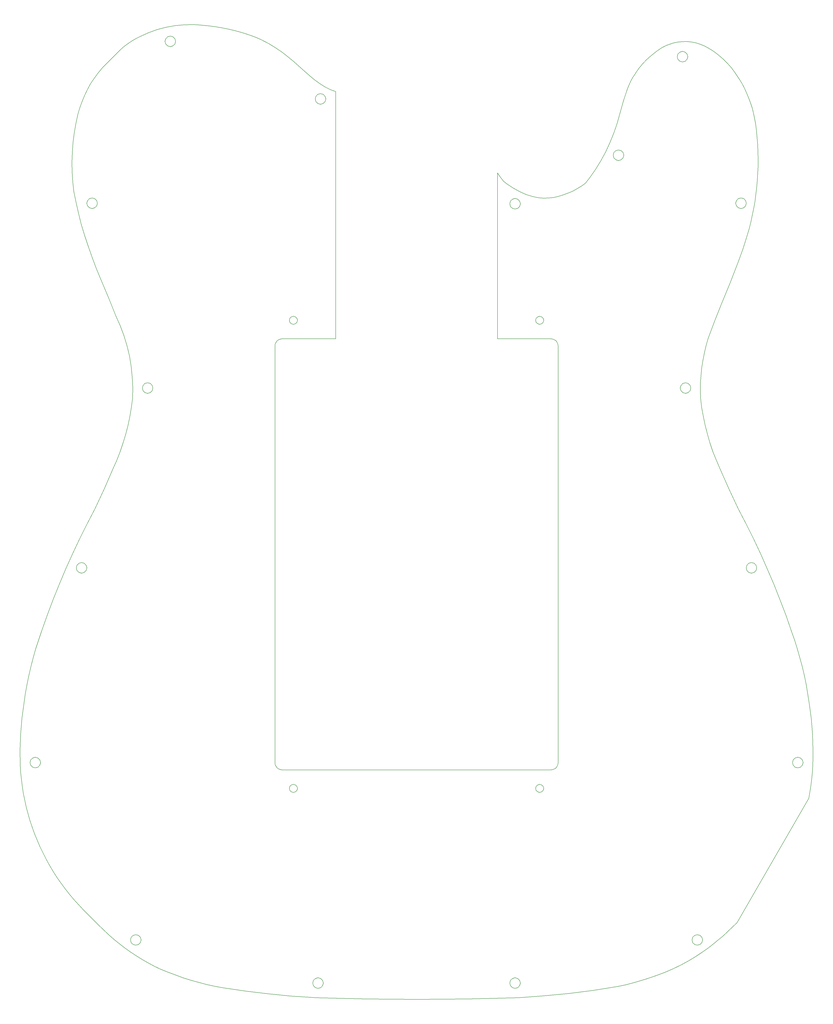
<source format=gbr>
G04 #@! TF.GenerationSoftware,KiCad,Pcbnew,(5.1.6)-1*
G04 #@! TF.CreationDate,2020-05-31T19:36:58+02:00*
G04 #@! TF.ProjectId,main,6d61696e-2e6b-4696-9361-645f70636258,rev?*
G04 #@! TF.SameCoordinates,PXfdeef668PY6350ce0*
G04 #@! TF.FileFunction,Profile,NP*
%FSLAX46Y46*%
G04 Gerber Fmt 4.6, Leading zero omitted, Abs format (unit mm)*
G04 Created by KiCad (PCBNEW (5.1.6)-1) date 2020-05-31 19:36:58*
%MOMM*%
%LPD*%
G01*
G04 APERTURE LIST*
G04 #@! TA.AperFunction,Profile*
%ADD10C,0.200000*%
G04 #@! TD*
G04 APERTURE END LIST*
D10*
X46211400Y23350980D02*
X45923400Y24425980D01*
X123148400Y5063980D02*
X122073400Y4775980D01*
X119923400Y6925980D02*
X120211400Y8000980D01*
X200998400Y5063980D02*
X200211400Y5850980D01*
X203935400Y5850980D02*
X203148400Y5063980D01*
X120998400Y5063980D02*
X120211400Y5850980D01*
X46998400Y22563980D02*
X46211400Y23350980D01*
X123935400Y5850980D02*
X123148400Y5063980D01*
X45923400Y24425980D02*
X46211400Y25500980D01*
X203935400Y8000980D02*
X204223400Y6925980D01*
X120211400Y8000980D02*
X120998400Y8787980D01*
X48073400Y22275980D02*
X46998400Y22563980D01*
X46211400Y25500980D02*
X46998400Y26287980D01*
X200211400Y5850980D02*
X199923400Y6925980D01*
X204223400Y6925980D02*
X203935400Y5850980D01*
X199923400Y6925980D02*
X200211400Y8000980D01*
X48073400Y26575980D02*
X49148400Y26287980D01*
X46998400Y26287980D02*
X48073400Y26575980D01*
X200211400Y8000980D02*
X200998400Y8787980D01*
X202073400Y9075980D02*
X203148400Y8787980D01*
X49148400Y22563980D02*
X48073400Y22275980D01*
X120211400Y5850980D02*
X119923400Y6925980D01*
X49935400Y25500980D02*
X50223400Y24425980D01*
X49935400Y23350980D02*
X49148400Y22563980D01*
X50223400Y24425980D02*
X49935400Y23350980D01*
X203148400Y8787980D02*
X203935400Y8000980D01*
X122073400Y9075980D02*
X123148400Y8787980D01*
X123935400Y8000980D02*
X124223400Y6925980D01*
X276073400Y22275980D02*
X274998400Y22563980D01*
X123148400Y8787980D02*
X123935400Y8000980D01*
X202073400Y4775980D02*
X200998400Y5063980D01*
X200998400Y8787980D02*
X202073400Y9075980D01*
X49148400Y26287980D02*
X49935400Y25500980D01*
X122073400Y4775980D02*
X120998400Y5063980D01*
X124223400Y6925980D02*
X123935400Y5850980D01*
X120998400Y8787980D02*
X122073400Y9075980D01*
X203148400Y5063980D02*
X202073400Y4775980D01*
X273135400Y249500980D02*
X273423400Y248425980D01*
X113502400Y276750980D02*
X113723400Y275925980D01*
X296998400Y173563980D02*
X296211400Y174350980D01*
X113502400Y275100980D02*
X112898400Y274497080D01*
X54735400Y247350980D02*
X53948400Y246563981D01*
X51011400Y249500980D02*
X51798400Y250287980D01*
X272348400Y250287980D02*
X273135400Y249500980D01*
X54735400Y249500980D02*
X55023400Y248425980D01*
X51798400Y250287980D02*
X52873400Y250575980D01*
X51798400Y246563981D02*
X51011400Y247350980D01*
X271273400Y246275980D02*
X270198400Y246563981D01*
X112898400Y277354980D02*
X113502400Y276750980D01*
X273135400Y247350980D02*
X272348400Y246563981D01*
X270198400Y250287980D02*
X271273400Y250575980D01*
X24211400Y176500980D02*
X24998400Y177287980D01*
X52873400Y250575980D02*
X53948400Y250287980D01*
X299148400Y173563980D02*
X298073400Y173275980D01*
X112898400Y274497080D02*
X112073400Y274275980D01*
X299148400Y177287980D02*
X299935400Y176500980D01*
X53948400Y246563981D02*
X52873400Y246275980D01*
X271273400Y250575980D02*
X272348400Y250287980D01*
X112073400Y274275980D02*
X111248400Y274497080D01*
X270198400Y246563981D02*
X269411400Y247350980D01*
X269123400Y248425980D02*
X269411400Y249500980D01*
X27148400Y177287980D02*
X27935400Y176500980D01*
X26073400Y177575980D02*
X27148400Y177287980D01*
X24211400Y174350980D02*
X23923400Y175425980D01*
X300223400Y175425980D02*
X299935400Y174350980D01*
X296998400Y177287980D02*
X298073400Y177575980D01*
X55023400Y248425980D02*
X54735400Y247350980D01*
X50723400Y248425980D02*
X51011400Y249500980D01*
X296211400Y174350980D02*
X295923400Y175425980D01*
X296211400Y176500980D02*
X296998400Y177287980D01*
X299935400Y174350980D02*
X299148400Y173563980D01*
X269411400Y249500980D02*
X270198400Y250287980D01*
X111248400Y277354980D02*
X112073400Y277575980D01*
X24998400Y177287980D02*
X26073400Y177575980D01*
X299935400Y176500980D02*
X300223400Y175425980D01*
X52873400Y246275980D02*
X51798400Y246563981D01*
X51011400Y247350980D02*
X50723400Y248425980D01*
X110644500Y276750980D02*
X111248400Y277354980D01*
X273423400Y248425980D02*
X273135400Y247350980D01*
X272348400Y246563981D02*
X271273400Y246275980D01*
X269411400Y247350980D02*
X269123400Y248425980D01*
X298073400Y173275980D02*
X296998400Y173563980D01*
X53948400Y250287980D02*
X54735400Y249500980D01*
X113723400Y275925980D02*
X113502400Y275100980D01*
X23923400Y175425980D02*
X24211400Y176500980D01*
X24998400Y173563980D02*
X24211400Y174350980D01*
X112073400Y277575980D02*
X112898400Y277354980D01*
X295923400Y175425980D02*
X296211400Y176500980D01*
X298073400Y177575980D02*
X299148400Y177287980D01*
X200211400Y324300980D02*
X200998400Y325087880D01*
X203935400Y324300980D02*
X204223400Y323225970D01*
X28461400Y322350970D02*
X28173400Y323425980D01*
X242998400Y344787980D02*
X244073400Y345075980D01*
X199923400Y323225970D02*
X200211400Y324300980D01*
X200211400Y322150970D02*
X199923400Y323225970D01*
X200998400Y321364010D02*
X200211400Y322150970D01*
X244073400Y340775980D02*
X242998400Y341063980D01*
X295685400Y322350970D02*
X294898399Y321564010D01*
X245935400Y341850980D02*
X245148400Y341063980D01*
X242998400Y341063980D02*
X242211400Y341850980D01*
X211248400Y274497080D02*
X210644400Y275100980D01*
X202073400Y321075970D02*
X200998400Y321364010D01*
X30323400Y321275970D02*
X29248401Y321564010D01*
X245935400Y344000980D02*
X246223400Y342925980D01*
X241923400Y342925980D02*
X242211400Y344000980D01*
X31398400Y325287980D02*
X32185400Y324500980D01*
X202073400Y325375980D02*
X203148400Y325087880D01*
X29248401Y321564010D02*
X28461400Y322350970D01*
X28461400Y324500980D02*
X29248401Y325287980D01*
X245148400Y344787980D02*
X245935400Y344000980D01*
X210644400Y275100980D02*
X210423400Y275925980D01*
X293823400Y321275970D02*
X292748400Y321564010D01*
X294898399Y321564010D02*
X293823400Y321275970D01*
X292748400Y321564010D02*
X291961400Y322350970D01*
X32185400Y322350970D02*
X31398400Y321564010D01*
X291961400Y322350970D02*
X291673400Y323425980D01*
X200998400Y325087880D02*
X202073400Y325375980D01*
X292748400Y325287980D02*
X293823400Y325575980D01*
X30323400Y325575980D02*
X31398400Y325287980D01*
X291673400Y323425980D02*
X291961400Y324500980D01*
X29248401Y325287980D02*
X30323400Y325575980D01*
X245148400Y341063980D02*
X244073400Y340775980D01*
X204223400Y323225970D02*
X203935400Y322150970D01*
X212898400Y274497080D02*
X212073400Y274275980D01*
X211248400Y277354980D02*
X212073400Y277575980D01*
X110423400Y275925980D02*
X110644500Y276750980D01*
X212898400Y277354980D02*
X213502300Y276750980D01*
X291961400Y324500980D02*
X292748400Y325287980D01*
X242211400Y344000980D02*
X242998400Y344787980D01*
X212073400Y277575980D02*
X212898400Y277354980D01*
X295685400Y324500980D02*
X295973400Y323425980D01*
X110644500Y275100980D02*
X110423400Y275925980D01*
X111248400Y274497080D02*
X110644500Y275100980D01*
X212073400Y274275980D02*
X211248400Y274497080D01*
X213502300Y275100980D02*
X212898400Y274497080D01*
X213723400Y275925980D02*
X213502300Y275100980D01*
X210644400Y276750980D02*
X211248400Y277354980D01*
X28173400Y323425980D02*
X28461400Y324500980D01*
X246223400Y342925980D02*
X245935400Y341850980D01*
X294898399Y325287980D02*
X295685400Y324500980D01*
X31398400Y321564010D02*
X30323400Y321275970D01*
X32185400Y324500980D02*
X32473400Y323425980D01*
X244073400Y345075980D02*
X245148400Y344787980D01*
X242211400Y341850980D02*
X241923400Y342925980D01*
X123073400Y363625980D02*
X121998400Y363913980D01*
X203935400Y322150970D02*
X203148400Y321364010D01*
X203148400Y325087880D02*
X203935400Y324300980D01*
X293823400Y325575980D02*
X294898399Y325287980D01*
X32473400Y323425980D02*
X32185400Y322350970D01*
X213502300Y276750980D02*
X213723400Y275925980D01*
X210423400Y275925980D02*
X210644400Y276750980D01*
X295973400Y323425980D02*
X295685400Y322350970D01*
X203148400Y321364010D02*
X202073400Y321075970D01*
X63148400Y390987980D02*
X63935400Y390200980D01*
X271148400Y381063980D02*
X270073400Y380775980D01*
X57884400Y12668980D02*
X61019400Y11369980D01*
X36905400Y26672980D02*
X39067400Y24788980D01*
X63148400Y387263980D02*
X62073400Y386975980D01*
X60998400Y390987980D02*
X62073400Y391275980D01*
X62073400Y391275980D02*
X63148400Y390987980D01*
X53356400Y14901980D02*
X55591400Y13726980D01*
X60211400Y390200980D02*
X60998400Y390987980D01*
X48351400Y17914980D02*
X50825400Y16370980D01*
X60998400Y387263980D02*
X60211400Y388050980D01*
X270073400Y385075980D02*
X271148400Y384787980D01*
X267923400Y382925980D02*
X268211400Y384000980D01*
X92457200Y3669980D02*
X101653600Y2538980D01*
X43584400Y21215980D02*
X45937400Y19530980D01*
X268211400Y384000980D02*
X268998400Y384787980D01*
X73752100Y7107980D02*
X76908200Y6315980D01*
X64223400Y389125980D02*
X63935400Y388050980D01*
X55591400Y13726980D02*
X57884400Y12668980D01*
X64189000Y10159980D02*
X67391300Y9036980D01*
X41294400Y22968980D02*
X43584400Y21215980D01*
X268998400Y384787980D02*
X270073400Y385075980D01*
X59923400Y389125980D02*
X60211400Y390200980D01*
X60211400Y388050980D02*
X59923400Y389125980D01*
X101653600Y2538980D02*
X110877800Y1656980D01*
X83293000Y5048980D02*
X83293700Y5048980D01*
X110877800Y1656980D02*
X120125000Y1022980D01*
X63935400Y390200980D02*
X64223400Y389125980D01*
X120913300Y987980D02*
X131249400Y684980D01*
X70624800Y8003980D02*
X73752100Y7107980D01*
X120125000Y1022980D02*
X120912800Y988980D01*
X67391300Y9036980D02*
X70624800Y8003980D01*
X50825400Y16370980D02*
X53356400Y14901980D01*
X62073400Y386975980D02*
X60998400Y387263980D01*
X121211400Y364700980D02*
X120923400Y365775980D01*
X271935400Y384000980D02*
X272223400Y382925980D01*
X124148400Y363913980D02*
X123073400Y363625980D01*
X124935400Y364700980D02*
X124148400Y363913980D01*
X120912800Y988980D02*
X120913300Y987980D01*
X271935400Y381850980D02*
X271148400Y381063980D01*
X272223400Y382925980D02*
X271935400Y381850980D01*
X151926000Y339980D02*
X162265310Y297980D01*
X123073400Y367925980D02*
X124148400Y367637880D01*
X125223400Y365775980D02*
X124935400Y364700980D01*
X124935400Y366850980D02*
X125223400Y365775980D01*
X124148400Y367637880D02*
X124935400Y366850980D01*
X121998400Y367637880D02*
X123073400Y367925980D01*
X121211400Y366850980D02*
X121998400Y367637880D01*
X61019400Y11369980D02*
X64189000Y10159980D01*
X45937400Y19530980D02*
X48351400Y17914980D01*
X120923400Y365775980D02*
X121211400Y366850980D01*
X271148400Y384787980D02*
X271935400Y384000980D01*
X141587100Y468980D02*
X151926000Y339980D01*
X83293700Y5048980D02*
X92457200Y3669980D01*
X39067400Y24788980D02*
X41294400Y22968980D01*
X76908200Y6315980D02*
X80089300Y5629980D01*
X268998400Y381063980D02*
X268211400Y381850980D01*
X63935400Y388050980D02*
X63148400Y387263980D01*
X131249400Y684980D02*
X141587100Y468980D01*
X80089300Y5629980D02*
X83293000Y5048980D01*
X121998400Y363913980D02*
X121211400Y364700980D01*
X270073400Y380775980D02*
X268998400Y381063980D01*
X162265310Y297980D02*
X172604700Y342980D01*
X268211400Y381850980D02*
X267923400Y382925980D01*
X3193400Y124193980D02*
X2637400Y120468980D01*
X44898400Y233252280D02*
X43982400Y229644180D01*
X7434400Y142520980D02*
X6393400Y138901980D01*
X32779400Y30625980D02*
X34809400Y28618980D01*
X41709400Y273842680D02*
X43225400Y269789780D01*
X12060400Y156062980D02*
X9801400Y149675980D01*
X16964400Y168690980D02*
X14448400Y162401980D01*
X28288400Y193307980D02*
X25269400Y187237980D01*
X45663400Y236896180D02*
X44898400Y233252280D01*
X24818400Y38691980D02*
X26779400Y36625980D01*
X25269400Y187237980D02*
X22375400Y181109980D01*
X5137400Y72775980D02*
X6027400Y70076980D01*
X38833400Y215662280D02*
X35260400Y207432980D01*
X40340400Y219081080D02*
X38833400Y215662280D01*
X13089400Y54647980D02*
X14542400Y52220981D01*
X42916400Y226076580D02*
X41702400Y222553980D01*
X46735400Y244273380D02*
X46276400Y240571380D01*
X1621400Y89568980D02*
X1985400Y86707980D01*
X2438400Y83868980D02*
X2982400Y81054980D01*
X22375400Y181109980D02*
X19606400Y174926980D01*
X21104400Y42992980D02*
X22926400Y40814980D01*
X43225400Y269789780D02*
X44479400Y265659080D01*
X10415400Y59632980D02*
X11713400Y57119981D01*
X7001400Y67411980D02*
X8058400Y64780980D01*
X9801400Y149675980D02*
X8570400Y146112980D01*
X46276400Y240571380D02*
X45663400Y236896180D01*
X44479400Y265659080D02*
X45468400Y261462980D01*
X45468400Y261462980D02*
X46191400Y257213880D01*
X2637400Y120468980D02*
X1817400Y114220980D01*
X46645400Y252924280D02*
X46827400Y248606781D01*
X34809400Y28618980D02*
X36905400Y26672980D01*
X1172400Y95350980D02*
X1350400Y92449980D01*
X14542400Y52220981D02*
X16072400Y49839980D01*
X2982400Y81054980D02*
X3613400Y78266980D01*
X3848400Y127901980D02*
X3193400Y124193980D01*
X14448400Y162401980D02*
X12060400Y156062980D01*
X1985400Y86707980D02*
X2438400Y83868980D01*
X31430400Y199317980D02*
X28288400Y193307980D01*
X6393400Y138901980D02*
X5448400Y135257980D01*
X1299400Y107944980D02*
X1084400Y101650980D01*
X4600400Y131590980D02*
X3848400Y127901980D01*
X46827400Y248606781D02*
X46735400Y244273380D01*
X26779400Y36625980D02*
X32779400Y30625980D01*
X16072400Y49839980D02*
X17676400Y47506981D01*
X11713400Y57119981D02*
X13089400Y54647980D01*
X1084400Y101650980D02*
X1172400Y95350980D01*
X9196400Y62187980D02*
X10415400Y59632980D01*
X8058400Y64780980D02*
X9196400Y62187980D01*
X1817400Y114220980D02*
X1299400Y107944980D01*
X8570400Y146112980D02*
X7434400Y142520980D01*
X41702400Y222553980D02*
X40340400Y219081080D01*
X43982400Y229644180D02*
X42916400Y226076580D01*
X46191400Y257213880D02*
X46645400Y252924280D01*
X35260400Y207432980D02*
X31430400Y199317980D01*
X22926400Y40814980D02*
X24818400Y38691980D01*
X19606400Y174926980D02*
X16964400Y168690980D01*
X39934400Y277805180D02*
X41709400Y273842680D01*
X19354400Y45223980D02*
X21104400Y42992980D01*
X17676400Y47506981D02*
X19354400Y45223980D01*
X6027400Y70076980D02*
X7001400Y67411980D01*
X4332400Y75506980D02*
X5137400Y72775980D01*
X1350400Y92449980D02*
X1621400Y89568980D01*
X5448400Y135257980D02*
X4600400Y131590980D01*
X3613400Y78266980D02*
X4332400Y75506980D01*
X28462401Y369690180D02*
X27281400Y367278280D01*
X22479400Y332122380D02*
X22926400Y328173980D01*
X22581400Y347945880D02*
X22273400Y343998380D01*
X29787400Y372028180D02*
X28462401Y369690180D01*
X110062900Y382748980D02*
X107609400Y384655280D01*
X98942300Y389837880D02*
X97259100Y390575480D01*
X75090400Y395712180D02*
X73221100Y395871380D01*
X26246400Y364798780D02*
X25360400Y362258180D01*
X43421400Y387109480D02*
X41966400Y385863180D01*
X46537400Y389343180D02*
X44945400Y388270580D01*
X128297000Y369088380D02*
X127134000Y369546680D01*
X22153400Y340040880D02*
X22222400Y336079980D01*
X24628400Y359662680D02*
X23759400Y355784680D01*
X32852400Y376456880D02*
X31251400Y374285880D01*
X71352300Y395953780D02*
X67625800Y395890680D01*
X90514300Y392877580D02*
X87988500Y393559980D01*
X102085900Y388236180D02*
X98942300Y389837880D01*
X112359600Y380814380D02*
X110062900Y382748980D01*
X120714300Y373522680D02*
X118677100Y375205480D01*
X49809400Y391148480D02*
X48156400Y390280680D01*
X97259100Y390575480D02*
X95495000Y391264580D01*
X31251400Y374285880D02*
X29787400Y372028180D01*
X107609400Y384655280D02*
X104962700Y386496480D01*
X34586400Y378534780D02*
X32852400Y376456880D01*
X53202400Y392673580D02*
X49809400Y391148480D01*
X63929200Y395527080D02*
X60280400Y394866880D01*
X27281400Y367278280D02*
X26246400Y364798780D01*
X25991400Y314777440D02*
X27297400Y310382430D01*
X41966400Y385863180D02*
X40586400Y384534780D01*
X77698900Y395451280D02*
X75090400Y395712180D01*
X23759400Y355784680D02*
X23076400Y351876880D01*
X24826400Y319210040D02*
X25991400Y314777440D01*
X22273400Y343998380D02*
X22153400Y340040880D01*
X95495000Y391264580D02*
X93017200Y392112280D01*
X67625800Y395890680D02*
X63929200Y395527080D01*
X73221100Y395871380D02*
X71352300Y395953780D01*
X23076400Y351876880D02*
X22581400Y347945880D01*
X25360400Y362258180D02*
X24628400Y359662680D01*
X44945400Y388270580D02*
X43421400Y387109480D01*
X60280400Y394866880D02*
X56699400Y393914380D01*
X40586400Y384534780D02*
X34586400Y378534780D01*
X124906100Y370656780D02*
X122778400Y371994280D01*
X104962700Y386496480D02*
X102085900Y388236180D01*
X48156400Y390280680D02*
X46537400Y389343180D01*
X56699400Y393914380D02*
X53202400Y392673580D01*
X80295100Y395105080D02*
X77698900Y395451280D01*
X82876800Y394674180D02*
X80295100Y395105080D01*
X85442000Y394158980D02*
X82876800Y394674180D01*
X37039400Y285051580D02*
X39934400Y277805180D01*
X28793400Y305782990D02*
X30405400Y301223080D01*
X23804400Y323676980D02*
X24826400Y319210040D01*
X87988500Y393559980D02*
X85442000Y394158980D01*
X33975400Y292229680D02*
X37039400Y285051580D01*
X22222400Y336079980D02*
X22479400Y332122380D01*
X32133400Y296704580D02*
X33975400Y292229680D01*
X22926400Y328173980D02*
X23804400Y323676980D01*
X118677100Y375205480D02*
X116630100Y377006080D01*
X93017200Y392112280D02*
X90514300Y392877580D01*
X122778400Y371994280D02*
X120714300Y373522680D01*
X129228600Y368787880D02*
X128297000Y369088380D01*
X116630100Y377006080D02*
X112359600Y380814380D01*
X127134000Y369546680D02*
X124906100Y370656780D01*
X30405400Y301223080D02*
X32133400Y296704580D01*
X27297400Y310382430D02*
X28793400Y305782990D01*
X111248400Y87354980D02*
X112073400Y87575980D01*
X210644400Y86750980D02*
X211248400Y87354980D01*
X274998400Y26287980D02*
X276073400Y26575980D01*
X110644500Y86750980D02*
X111248400Y87354980D01*
X274211400Y25500980D02*
X274998400Y26287980D01*
X112073400Y84275980D02*
X111248400Y84496980D01*
X9135400Y95350980D02*
X8348400Y94563980D01*
X212073400Y84275980D02*
X211248400Y84496980D01*
X318735400Y95350980D02*
X317948400Y94563980D01*
X112898400Y87354980D02*
X113502400Y86750980D01*
X318735400Y97500980D02*
X319023400Y96425980D01*
X273923400Y24425980D02*
X274211400Y25500980D01*
X213502300Y85100980D02*
X212898400Y84496980D01*
X213502300Y86750980D02*
X213723400Y85925980D01*
X113723400Y85925980D02*
X113502400Y85100980D01*
X7273400Y94275980D02*
X6198400Y94563980D01*
X5411400Y97500980D02*
X6198400Y98287980D01*
X5411400Y95350980D02*
X5123400Y96425980D01*
X210644400Y85100980D02*
X210423400Y85925980D01*
X316873400Y98575980D02*
X317948400Y98287980D01*
X110644500Y85100980D02*
X110423400Y85925980D01*
X110423400Y85925980D02*
X110644500Y86750980D01*
X111248400Y84496980D02*
X110644500Y85100980D01*
X26073400Y173275980D02*
X24998400Y173563980D01*
X315798400Y98287980D02*
X316873400Y98575980D01*
X315011400Y95350980D02*
X314723400Y96425980D01*
X112073400Y87575980D02*
X112898400Y87354980D01*
X317948400Y94563980D02*
X316873400Y94275980D01*
X9423400Y96425980D02*
X9135400Y95350980D01*
X28223400Y175425980D02*
X27935400Y174350980D01*
X113502400Y85100980D02*
X112898400Y84496980D01*
X274998400Y22563980D02*
X274211400Y23350980D01*
X213723400Y85925980D02*
X213502300Y85100980D01*
X212898400Y87354980D02*
X213502300Y86750980D01*
X315798400Y94563980D02*
X315011400Y95350980D01*
X8348400Y94563980D02*
X7273400Y94275980D01*
X211248400Y84496980D02*
X210644400Y85100980D01*
X112898400Y84496980D02*
X112073400Y84275980D01*
X319023400Y96425980D02*
X318735400Y95350980D01*
X314723400Y96425980D02*
X315011400Y97500980D01*
X113502400Y86750980D02*
X113723400Y85925980D01*
X316873400Y94275980D02*
X315798400Y94563980D01*
X317948400Y98287980D02*
X318735400Y97500980D01*
X315011400Y97500980D02*
X315798400Y98287980D01*
X9135400Y97500980D02*
X9423400Y96425980D01*
X8348400Y98287980D02*
X9135400Y97500980D01*
X7273400Y98575980D02*
X8348400Y98287980D01*
X27935400Y174350980D02*
X27148400Y173563980D01*
X6198400Y94563980D02*
X5411400Y95350980D01*
X212073400Y87575980D02*
X212898400Y87354980D01*
X6198400Y98287980D02*
X7273400Y98575980D01*
X27148400Y173563980D02*
X26073400Y173275980D01*
X277148400Y22563980D02*
X276073400Y22275980D01*
X210423400Y85925980D02*
X210644400Y86750980D01*
X277935400Y23350980D02*
X277148400Y22563980D01*
X278223400Y24425980D02*
X277935400Y23350980D01*
X211248400Y87354980D02*
X212073400Y87575980D01*
X277935400Y25500980D02*
X278223400Y24425980D01*
X212898400Y84496980D02*
X212073400Y84275980D01*
X274211400Y23350980D02*
X273923400Y24425980D01*
X27935400Y176500980D02*
X28223400Y175425980D01*
X5123400Y96425980D02*
X5411400Y97500980D01*
X277148400Y26287980D02*
X277935400Y25500980D01*
X276073400Y26575980D02*
X277148400Y26287980D01*
X219474000Y326158080D02*
X217693800Y325780380D01*
X219345000Y266574080D02*
X219515800Y266011280D01*
X105079000Y94758980D02*
X104801800Y95277980D01*
X194918200Y335779580D02*
X194918200Y268425980D01*
X219573400Y265425980D02*
X219573400Y96425980D01*
X105452100Y94304980D02*
X105079000Y94758980D01*
X106425400Y93653980D02*
X105906700Y93931980D01*
X216573400Y93425980D02*
X107573400Y93425980D01*
X225400200Y328324480D02*
X223324500Y327410680D01*
X197104900Y332721780D02*
X195961800Y334244980D01*
X105452100Y267547280D02*
X105906700Y267920380D01*
X219067800Y267092680D02*
X219345000Y266574080D01*
X217693800Y325780380D02*
X215786200Y325542980D01*
X217721400Y93653980D02*
X217158700Y93483980D01*
X194918200Y268425980D02*
X216573400Y268425980D01*
X229311300Y330578280D02*
X227398199Y329381980D01*
X197331200Y332447580D02*
X197104900Y332721780D01*
X215786200Y325542980D02*
X213699500Y325475780D01*
X106988100Y268368380D02*
X107573400Y268425980D01*
X219573400Y96425980D02*
X219515800Y95840980D01*
X217158700Y93483980D02*
X216573400Y93425980D01*
X219345000Y95277980D02*
X219067800Y94758980D01*
X219515800Y95840980D02*
X219345000Y95277980D01*
X211511900Y325654880D02*
X209138300Y326150280D01*
X213699500Y325475780D02*
X211511900Y325654880D01*
X129228600Y268425980D02*
X129228600Y368787880D01*
X218694700Y94304980D02*
X218240100Y93931980D01*
X107573400Y268425980D02*
X129228600Y268425980D01*
X104631000Y95840980D02*
X104573400Y96425980D01*
X223324500Y327410680D02*
X221178700Y326645780D01*
X198685900Y331353780D02*
X197331200Y332447580D01*
X195961800Y334244980D02*
X194918200Y335779580D01*
X206623700Y326964980D02*
X204013400Y328101780D01*
X106425400Y268197580D02*
X106988100Y268368380D01*
X218240100Y93931980D02*
X217721400Y93653980D01*
X201352400Y329563779D02*
X198685900Y331353780D01*
X204013400Y328101780D02*
X201352400Y329563779D01*
X217158700Y268368380D02*
X217721400Y268197580D01*
X104801800Y266574080D02*
X105079000Y267092680D01*
X218240100Y267920380D02*
X218694700Y267547280D01*
X105906700Y267920380D02*
X106425400Y268197580D01*
X106988100Y93483980D02*
X106425400Y93653980D01*
X105906700Y93931980D02*
X105452100Y94304980D01*
X104801800Y95277980D02*
X104631000Y95840980D01*
X217721400Y268197580D02*
X218240100Y267920380D01*
X105079000Y267092680D02*
X105452100Y267547280D01*
X104631000Y266011280D02*
X104801800Y266574080D01*
X219067800Y94758980D02*
X218694700Y94304980D01*
X104573400Y265425980D02*
X104631000Y266011280D01*
X209138300Y326150280D02*
X206623700Y326964980D01*
X219515800Y266011280D02*
X219573400Y265425980D01*
X227398199Y329381980D02*
X225400200Y328324480D01*
X104573400Y96425980D02*
X104573400Y265425980D01*
X221178700Y326645780D02*
X219474000Y326158080D01*
X218694700Y267547280D02*
X219067800Y267092680D01*
X216573400Y268425980D02*
X217158700Y268368380D01*
X107573400Y93425980D02*
X106988100Y93483980D01*
X300742400Y338477580D02*
X300764400Y341340180D01*
X286518400Y381994580D02*
X284672400Y383619080D01*
X251032100Y376245480D02*
X250964900Y376112180D01*
X295235400Y370053480D02*
X294221400Y371975080D01*
X282835400Y385023180D02*
X281087400Y386145480D01*
X253768700Y379933479D02*
X252243500Y378059580D01*
X257483000Y383533680D02*
X255541000Y381785180D01*
X269769400Y389025880D02*
X267913400Y388796680D01*
X300215400Y329911179D02*
X300467400Y332761480D01*
X255541000Y381785180D02*
X253768700Y379933479D01*
X296990400Y366090980D02*
X296159400Y368091080D01*
X263463400Y387438780D02*
X261532800Y386423680D01*
X264199400Y387717780D02*
X263463400Y387438780D01*
X288292400Y380220680D02*
X286518400Y381994580D01*
X300764400Y341340180D02*
X300709400Y344203980D01*
X265365400Y388131780D02*
X264644400Y387886580D01*
X273537400Y388911280D02*
X271649400Y389065280D01*
X294221400Y371975080D02*
X293314400Y373498680D01*
X297727400Y364056580D02*
X296990400Y366090980D01*
X300709400Y344203980D02*
X300578400Y347067280D01*
X242110300Y351765680D02*
X240580900Y347993780D01*
X281087400Y386145480D02*
X280912400Y386233080D01*
X249129600Y373123380D02*
X248351900Y371509480D01*
X271649400Y389065280D02*
X269769400Y389025880D01*
X280912400Y386233080D02*
X280831400Y386289880D01*
X300369400Y349928580D02*
X300083400Y352786380D01*
X300578400Y347067280D02*
X300369400Y349928580D01*
X280831400Y386289880D02*
X279080400Y387253180D01*
X230684600Y331581580D02*
X229311300Y330578280D01*
X277269400Y388008780D02*
X275416400Y388560280D01*
X232470300Y333890380D02*
X230684600Y331581580D01*
X250964900Y376112180D02*
X250016100Y374681380D01*
X298370400Y361990980D02*
X297727400Y364056580D01*
X300467400Y332761480D02*
X300643400Y335617480D01*
X296159400Y368091080D02*
X295235400Y370053480D01*
X299720400Y355639180D02*
X299367400Y357779080D01*
X234788700Y337252480D02*
X232470300Y333890380D01*
X259509800Y385102780D02*
X257483000Y383533680D01*
X245990100Y364733880D02*
X244542700Y359548180D01*
X298917400Y359897380D02*
X298370400Y361990980D01*
X299367400Y357779080D02*
X298917400Y359897380D01*
X275416400Y388560280D02*
X273537400Y388911280D01*
X292448400Y374779880D02*
X292443400Y374789980D01*
X291320400Y376537880D02*
X289916400Y378374879D01*
X236916000Y340729080D02*
X234788700Y337252480D01*
X238848100Y344312180D02*
X236916000Y340729080D01*
X240580900Y347993780D02*
X238848100Y344312180D01*
X247685700Y369845280D02*
X245990100Y364733880D01*
X248351900Y371509480D02*
X247685700Y369845280D01*
X292443400Y374789980D02*
X291320400Y376537880D01*
X264644400Y387886580D02*
X264199400Y387717780D01*
X266098400Y388381280D02*
X265365400Y388131780D01*
X279080400Y387253180D02*
X277269400Y388008780D01*
X261532800Y386423680D02*
X259509800Y385102780D01*
X252243500Y378059580D02*
X251032100Y376245480D01*
X300083400Y352786380D02*
X299720400Y355639180D01*
X284672400Y383619080D02*
X282835400Y385023180D01*
X243432200Y355619780D02*
X242110300Y351765680D01*
X244542700Y359548180D02*
X243432200Y355619780D01*
X300643400Y335617480D02*
X300742400Y338477580D01*
X250016100Y374681380D02*
X249129600Y373123380D01*
X289916400Y378374879D02*
X288292400Y380220680D01*
X293314400Y373498680D02*
X292448400Y374779880D01*
X267913400Y388796680D02*
X266098400Y388381280D01*
X322543400Y89741980D02*
X322794400Y92435980D01*
X297101400Y313011994D02*
X297810400Y315796740D01*
X285311400Y215662580D02*
X283804400Y219081280D01*
X312084400Y156062980D02*
X309696400Y162401980D01*
X296316400Y310243420D02*
X297101400Y313011994D01*
X294596400Y304824200D02*
X296316400Y310243420D01*
X289375400Y290983480D02*
X292682400Y299469180D01*
X292716400Y199317980D02*
X288885400Y207432980D01*
X277362400Y250411180D02*
X277545400Y253470380D01*
X298876400Y187237980D02*
X295858400Y193307980D01*
X317752400Y138901980D02*
X316711400Y142520980D01*
X279248400Y233252580D02*
X278482400Y236896580D01*
X322794400Y92435980D02*
X322964400Y95144980D01*
X288885400Y207432980D02*
X285311400Y215662580D01*
X304538400Y174926980D02*
X301770400Y181109980D01*
X315575400Y146112980D02*
X314344400Y149675980D01*
X322334400Y114169980D02*
X321960400Y117323980D01*
X290377400Y29631980D02*
X292188400Y31442980D01*
X321342400Y81939980D02*
X321800400Y84407980D01*
X282443400Y222554280D02*
X281229400Y226076880D01*
X307181400Y168690980D02*
X304538400Y174926980D01*
X292682400Y299469180D02*
X294596400Y304824200D01*
X279637400Y265536680D02*
X280496400Y268489080D01*
X322852400Y107841980D02*
X322631400Y111008980D01*
X277545400Y253470380D02*
X277864400Y256516980D01*
X277410400Y244273780D02*
X277317400Y247344080D01*
X277864400Y256516980D02*
X278319400Y259546580D01*
X280164400Y229644480D02*
X279248400Y233252580D01*
X319546400Y131590980D02*
X318697400Y135257980D01*
X323052400Y98320980D02*
X323062400Y101496980D01*
X278319400Y259546580D02*
X278910400Y262554580D01*
X281229400Y226076880D02*
X280164400Y229644480D01*
X295858400Y193307980D02*
X292716400Y199317980D01*
X321960400Y117323980D02*
X321509400Y120468980D01*
X299886400Y327067980D02*
X300215400Y329911179D01*
X321800400Y84407980D02*
X322212400Y87065980D01*
X292188400Y31442980D02*
X321342400Y81939980D01*
X299481400Y324233380D02*
X299886400Y327067980D01*
X278910400Y262554580D02*
X279637400Y265536680D01*
X314344400Y149675980D02*
X312084400Y156062980D01*
X299000400Y321408970D02*
X299481400Y324233380D01*
X285883400Y282569980D02*
X285883400Y282570380D01*
X298443400Y318596240D02*
X299000400Y321408970D01*
X297810400Y315796740D02*
X298443400Y318596240D01*
X283053400Y275580880D02*
X285883400Y282569980D01*
X283804400Y219081280D02*
X282443400Y222554280D01*
X321509400Y120468980D02*
X320952400Y124193980D01*
X323062400Y101496980D02*
X322996400Y104670980D01*
X322631400Y111008980D02*
X322334400Y114169980D01*
X301770400Y181109980D02*
X298876400Y187237980D01*
X277317400Y247344080D02*
X277362400Y250411180D01*
X322996400Y104670980D02*
X322852400Y107841980D01*
X278482400Y236896580D02*
X277870400Y240571780D01*
X309696400Y162401980D02*
X307181400Y168690980D01*
X316711400Y142520980D02*
X315575400Y146112980D01*
X318697400Y135257980D02*
X317752400Y138901980D01*
X285883400Y282570380D02*
X289375400Y290983480D01*
X280496400Y268489080D02*
X283053400Y275580880D01*
X277870400Y240571780D02*
X277410400Y244273780D01*
X320298400Y127901980D02*
X319546400Y131590980D01*
X322964400Y95144980D02*
X323052400Y98320980D01*
X288441400Y27772980D02*
X290377400Y29631980D01*
X320952400Y124193980D02*
X320298400Y127901980D01*
X322212400Y87065980D02*
X322543400Y89741980D01*
X286446400Y25966980D02*
X288441400Y27772980D01*
X284393400Y24216980D02*
X286446400Y25966980D01*
X282282400Y22522980D02*
X284393400Y24216980D01*
X277892400Y19312980D02*
X280115400Y20887980D01*
X275614400Y17799980D02*
X277892400Y19312980D01*
X275613400Y17798980D02*
X275614400Y17799980D01*
X272588400Y15955980D02*
X275613400Y17798980D01*
X269478400Y14260980D02*
X272588400Y15955980D01*
X243757400Y5538980D02*
X247113100Y6241980D01*
X203617500Y1000980D02*
X213699900Y1692980D01*
X172604700Y342980D02*
X182943500Y474980D01*
X255157800Y8514980D02*
X259115300Y9854980D01*
X251156100Y7308980D02*
X255157800Y8514980D01*
X247113100Y6241980D02*
X251156100Y7308980D01*
X243757200Y5538980D02*
X243757400Y5538980D01*
X193281100Y694980D02*
X203617500Y1000980D01*
X263025400Y11330980D02*
X266288400Y12717980D01*
X223755200Y2679980D02*
X233776600Y3961980D01*
X280115400Y20887980D02*
X282282400Y22522980D01*
X266288400Y12717980D02*
X269478400Y14260980D01*
X259115300Y9854980D02*
X263025400Y11330980D01*
X233776600Y3961980D02*
X243757200Y5538980D01*
X213699900Y1692980D02*
X223755200Y2679980D01*
X182943500Y474980D02*
X193281100Y694980D01*
M02*

</source>
